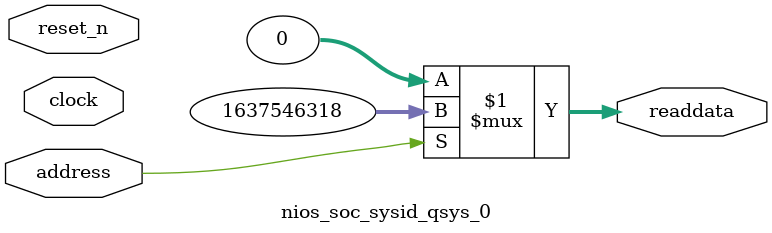
<source format=v>



// synthesis translate_off
`timescale 1ns / 1ps
// synthesis translate_on

// turn off superfluous verilog processor warnings 
// altera message_level Level1 
// altera message_off 10034 10035 10036 10037 10230 10240 10030 

module nios_soc_sysid_qsys_0 (
               // inputs:
                address,
                clock,
                reset_n,

               // outputs:
                readdata
             )
;

  output  [ 31: 0] readdata;
  input            address;
  input            clock;
  input            reset_n;

  wire    [ 31: 0] readdata;
  //control_slave, which is an e_avalon_slave
  assign readdata = address ? 1637546318 : 0;

endmodule



</source>
